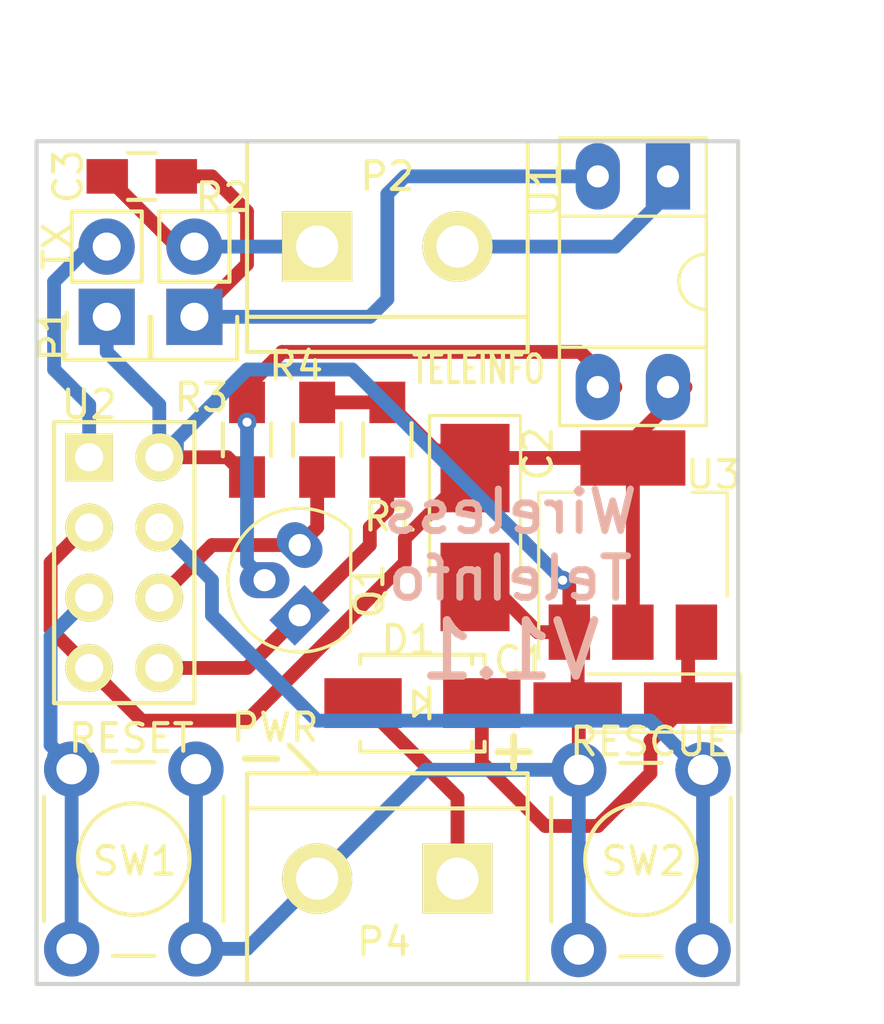
<source format=kicad_pcb>
(kicad_pcb (version 4) (host pcbnew 4.0.7)

  (general
    (links 36)
    (no_connects 0)
    (area 117.981905 86.835 153.9 123.456333)
    (thickness 1.6)
    (drawings 16)
    (tracks 107)
    (zones 0)
    (modules 17)
    (nets 14)
  )

  (page A4)
  (layers
    (0 F.Cu signal)
    (31 B.Cu signal)
    (33 F.Adhes user)
    (35 F.Paste user)
    (36 B.SilkS user)
    (37 F.SilkS user)
    (38 B.Mask user)
    (39 F.Mask user)
    (40 Dwgs.User user)
    (41 Cmts.User user)
    (42 Eco1.User user)
    (43 Eco2.User user)
    (44 Edge.Cuts user)
    (45 Margin user)
    (47 F.CrtYd user)
    (49 F.Fab user)
  )

  (setup
    (last_trace_width 0.5)
    (trace_clearance 0.2)
    (zone_clearance 0.508)
    (zone_45_only no)
    (trace_min 0.1524)
    (segment_width 0.2)
    (edge_width 0.15)
    (via_size 0.6858)
    (via_drill 0.3302)
    (via_min_size 0.6858)
    (via_min_drill 0.3302)
    (uvia_size 0.762)
    (uvia_drill 0.508)
    (uvias_allowed no)
    (uvia_min_size 0)
    (uvia_min_drill 0)
    (pcb_text_width 0.3)
    (pcb_text_size 1.5 1.5)
    (mod_edge_width 0.15)
    (mod_text_size 1 1)
    (mod_text_width 0.15)
    (pad_size 2 3.8)
    (pad_drill 0)
    (pad_to_mask_clearance 0.2)
    (aux_axis_origin 0 0)
    (visible_elements 7FFEFFFF)
    (pcbplotparams
      (layerselection 0x010f0_80000001)
      (usegerberextensions true)
      (excludeedgelayer true)
      (linewidth 0.100000)
      (plotframeref false)
      (viasonmask false)
      (mode 1)
      (useauxorigin false)
      (hpglpennumber 1)
      (hpglpenspeed 20)
      (hpglpendiameter 15)
      (hpglpenoverlay 2)
      (psnegative false)
      (psa4output false)
      (plotreference true)
      (plotvalue true)
      (plotinvisibletext false)
      (padsonsilk false)
      (subtractmaskfromsilk false)
      (outputformat 1)
      (mirror false)
      (drillshape 0)
      (scaleselection 1)
      (outputdirectory ""))
  )

  (net 0 "")
  (net 1 "Net-(C1-Pad1)")
  (net 2 "Net-(P1-Pad2)")
  (net 3 GND)
  (net 4 VCC)
  (net 5 "Net-(Q1-Pad2)")
  (net 6 "Net-(Q1-Pad3)")
  (net 7 "Net-(SW1-Pad1)")
  (net 8 "Net-(SW2-Pad1)")
  (net 9 "Net-(C3-Pad2)")
  (net 10 "Net-(C3-Pad1)")
  (net 11 "Net-(Q1-Pad1)")
  (net 12 "Net-(P2-Pad2)")
  (net 13 "Net-(D1-Pad2)")

  (net_class Default "This is the default net class."
    (clearance 0.2)
    (trace_width 0.5)
    (via_dia 0.6858)
    (via_drill 0.3302)
    (uvia_dia 0.762)
    (uvia_drill 0.508)
    (add_net GND)
    (add_net "Net-(C1-Pad1)")
    (add_net "Net-(C3-Pad1)")
    (add_net "Net-(C3-Pad2)")
    (add_net "Net-(D1-Pad2)")
    (add_net "Net-(P1-Pad2)")
    (add_net "Net-(P2-Pad2)")
    (add_net "Net-(Q1-Pad1)")
    (add_net "Net-(Q1-Pad2)")
    (add_net "Net-(Q1-Pad3)")
    (add_net "Net-(SW1-Pad1)")
    (add_net "Net-(SW2-Pad1)")
    (add_net VCC)
  )

  (module TO_SOT_Packages_THT:TO-92_Molded_Narrow_Oval (layer F.Cu) (tedit 58DE518A) (tstamp 58DE45B9)
    (at 128.905 108.585 90)
    (descr "TO-92 leads molded, narrow, oval pads, drill 0.8mm (see NXP sot054_po.pdf)")
    (tags "to-92 sc-43 sc-43a sot54 PA33 transistor")
    (path /57F2D32A)
    (fp_text reference Q1 (at 0.889 2.54 90) (layer F.SilkS)
      (effects (font (size 1 1) (thickness 0.15)))
    )
    (fp_text value BS170 (at 0 3 270) (layer F.Fab)
      (effects (font (size 1 1) (thickness 0.15)))
    )
    (fp_text user %R (at 0.889 2.54 90) (layer F.Fab)
      (effects (font (size 1 1) (thickness 0.15)))
    )
    (fp_line (start -0.53 1.85) (end 3.07 1.85) (layer F.SilkS) (width 0.12))
    (fp_line (start -0.5 1.75) (end 3 1.75) (layer F.Fab) (width 0.1))
    (fp_line (start -1.46 -2.73) (end 4 -2.73) (layer F.CrtYd) (width 0.05))
    (fp_line (start -1.46 -2.73) (end -1.46 2.01) (layer F.CrtYd) (width 0.05))
    (fp_line (start 4 2.01) (end 4 -2.73) (layer F.CrtYd) (width 0.05))
    (fp_line (start 4 2.01) (end -1.46 2.01) (layer F.CrtYd) (width 0.05))
    (fp_arc (start 1.27 0) (end 1.27 -2.48) (angle 135) (layer F.Fab) (width 0.1))
    (fp_arc (start 1.27 0) (end 1.27 -2.6) (angle -135) (layer F.SilkS) (width 0.12))
    (fp_arc (start 1.27 0) (end 1.27 -2.48) (angle -135) (layer F.Fab) (width 0.1))
    (fp_arc (start 1.27 0) (end 1.27 -2.6) (angle 135) (layer F.SilkS) (width 0.12))
    (pad 2 thru_hole oval (at 1.27 -1.27 180) (size 1.8 1.3) (drill 0.8) (layers *.Cu *.Mask)
      (net 5 "Net-(Q1-Pad2)"))
    (pad 1 thru_hole rect (at 0 0 135) (size 1.3 1.8) (drill 0.8) (layers *.Cu *.Mask)
      (net 11 "Net-(Q1-Pad1)"))
    (pad 3 thru_hole oval (at 2.54 0 135) (size 1.8 1.3) (drill 0.8) (layers *.Cu *.Mask)
      (net 6 "Net-(Q1-Pad3)"))
    (model ${KISYS3DMOD}/TO_SOT_Packages_THT.3dshapes/TO-92_Molded_Narrow_Oval.wrl
      (at (xyz 0.05 0 0))
      (scale (xyz 1 1 1))
      (rotate (xyz 0 0 -90))
    )
  )

  (module ESP8266:ESP-01 (layer F.Cu) (tedit 582D94E2) (tstamp 57F40750)
    (at 121.285 102.87)
    (descr "Module, ESP-8266, ESP-01, 8 pin")
    (tags "Module ESP-8266 ESP8266")
    (path /57F2D329)
    (fp_text reference U2 (at 0 -1.905) (layer F.SilkS)
      (effects (font (size 1 1) (thickness 0.15)))
    )
    (fp_text value ESP-01 (at 12.192 3.556) (layer F.Fab)
      (effects (font (size 1 1) (thickness 0.15)))
    )
    (fp_line (start -1.778 -3.302) (end 22.86 -3.302) (layer F.Fab) (width 0.05))
    (fp_line (start 22.86 -3.302) (end 22.86 10.922) (layer F.Fab) (width 0.05))
    (fp_line (start 22.86 10.922) (end -1.778 10.922) (layer F.Fab) (width 0.05))
    (fp_line (start -1.778 10.922) (end -1.778 -3.302) (layer F.Fab) (width 0.05))
    (fp_line (start 1.27 -1.27) (end -1.27 -1.27) (layer F.SilkS) (width 0.1524))
    (fp_line (start -1.27 -1.27) (end -1.27 1.27) (layer F.SilkS) (width 0.1524))
    (fp_line (start -1.75 -1.75) (end -1.75 9.4) (layer F.CrtYd) (width 0.05))
    (fp_line (start 4.3 -1.75) (end 4.3 9.4) (layer F.CrtYd) (width 0.05))
    (fp_line (start -1.75 -1.75) (end 4.3 -1.75) (layer F.CrtYd) (width 0.05))
    (fp_line (start -1.75 9.4) (end 4.3 9.4) (layer F.CrtYd) (width 0.05))
    (fp_line (start -1.27 1.27) (end -1.27 8.89) (layer F.SilkS) (width 0.1524))
    (fp_line (start -1.27 8.89) (end 3.81 8.89) (layer F.SilkS) (width 0.1524))
    (fp_line (start 3.81 8.89) (end 3.81 -1.27) (layer F.SilkS) (width 0.1524))
    (fp_line (start 3.81 -1.27) (end 1.27 -1.27) (layer F.SilkS) (width 0.1524))
    (pad 1 thru_hole rect (at 0 0) (size 1.7272 1.7272) (drill 1.016) (layers *.Cu *.Mask F.SilkS)
      (net 2 "Net-(P1-Pad2)"))
    (pad 2 thru_hole oval (at 2.54 0) (size 1.7272 1.7272) (drill 1.016) (layers *.Cu *.Mask F.SilkS)
      (net 3 GND))
    (pad 3 thru_hole oval (at 0 2.54) (size 1.7272 1.7272) (drill 1.016) (layers *.Cu *.Mask F.SilkS)
      (net 4 VCC))
    (pad 4 thru_hole oval (at 2.54 2.54) (size 1.7272 1.7272) (drill 1.016) (layers *.Cu *.Mask F.SilkS)
      (net 8 "Net-(SW2-Pad1)"))
    (pad 5 thru_hole oval (at 0 5.08) (size 1.7272 1.7272) (drill 1.016) (layers *.Cu *.Mask F.SilkS)
      (net 7 "Net-(SW1-Pad1)"))
    (pad 6 thru_hole oval (at 2.54 5.08) (size 1.7272 1.7272) (drill 1.016) (layers *.Cu *.Mask F.SilkS)
      (net 6 "Net-(Q1-Pad3)"))
    (pad 7 thru_hole oval (at 0 7.62) (size 1.7272 1.7272) (drill 1.016) (layers *.Cu *.Mask F.SilkS)
      (net 4 VCC))
    (pad 8 thru_hole oval (at 2.54 7.62) (size 1.7272 1.7272) (drill 1.016) (layers *.Cu *.Mask F.SilkS)
      (net 11 "Net-(Q1-Pad1)"))
  )

  (module Resistors_SMD:R_0805_HandSoldering (layer F.Cu) (tedit 58DE5111) (tstamp 582C4F92)
    (at 129.54 102.235 270)
    (descr "Resistor SMD 0805, hand soldering")
    (tags "resistor 0805")
    (path /57F2D333)
    (attr smd)
    (fp_text reference R4 (at -2.667 0.762 360) (layer F.SilkS)
      (effects (font (size 1 1) (thickness 0.15)))
    )
    (fp_text value 10K (at 0 2.1 270) (layer F.Fab)
      (effects (font (size 1 1) (thickness 0.15)))
    )
    (fp_line (start -2.4 -1) (end 2.4 -1) (layer F.CrtYd) (width 0.05))
    (fp_line (start -2.4 1) (end 2.4 1) (layer F.CrtYd) (width 0.05))
    (fp_line (start -2.4 -1) (end -2.4 1) (layer F.CrtYd) (width 0.05))
    (fp_line (start 2.4 -1) (end 2.4 1) (layer F.CrtYd) (width 0.05))
    (fp_line (start 0.6 0.875) (end -0.6 0.875) (layer F.SilkS) (width 0.15))
    (fp_line (start -0.6 -0.875) (end 0.6 -0.875) (layer F.SilkS) (width 0.15))
    (pad 1 smd rect (at -1.35 0 270) (size 1.5 1.3) (layers F.Cu F.Paste F.Mask)
      (net 4 VCC))
    (pad 2 smd rect (at 1.35 0 270) (size 1.5 1.3) (layers F.Cu F.Paste F.Mask)
      (net 6 "Net-(Q1-Pad3)"))
    (model Resistors_SMD.3dshapes/R_0805_HandSoldering.wrl
      (at (xyz 0 0 0))
      (scale (xyz 1 1 1))
      (rotate (xyz 0 0 0))
    )
  )

  (module Buttons_Switches_ThroughHole:SW_PUSH_6mm placed (layer F.Cu) (tedit 58DE525B) (tstamp 57F4071A)
    (at 143.51 114.173 270)
    (descr https://www.omron.com/ecb/products/pdf/en-b3f.pdf)
    (tags "tact sw push 6mm")
    (path /57F2D339)
    (fp_text reference SW2 (at 3.302 2.159 360) (layer F.SilkS)
      (effects (font (size 1 1) (thickness 0.15)))
    )
    (fp_text value RESCUE_MODE (at 3.75 6.7 270) (layer F.Fab)
      (effects (font (size 1 1) (thickness 0.15)))
    )
    (fp_line (start 3.25 -0.75) (end 6.25 -0.75) (layer F.Fab) (width 0.15))
    (fp_line (start 6.25 -0.75) (end 6.25 5.25) (layer F.Fab) (width 0.15))
    (fp_line (start 6.25 5.25) (end 0.25 5.25) (layer F.Fab) (width 0.15))
    (fp_line (start 0.25 5.25) (end 0.25 -0.75) (layer F.Fab) (width 0.15))
    (fp_line (start 0.25 -0.75) (end 3.25 -0.75) (layer F.Fab) (width 0.15))
    (fp_line (start 7.75 6) (end 8 6) (layer F.CrtYd) (width 0.05))
    (fp_line (start 8 6) (end 8 5.75) (layer F.CrtYd) (width 0.05))
    (fp_line (start 7.75 -1.5) (end 8 -1.5) (layer F.CrtYd) (width 0.05))
    (fp_line (start 8 -1.5) (end 8 -1.25) (layer F.CrtYd) (width 0.05))
    (fp_line (start -1.5 -1.25) (end -1.5 -1.5) (layer F.CrtYd) (width 0.05))
    (fp_line (start -1.5 -1.5) (end -1.25 -1.5) (layer F.CrtYd) (width 0.05))
    (fp_line (start -1.5 5.75) (end -1.5 6) (layer F.CrtYd) (width 0.05))
    (fp_line (start -1.5 6) (end -1.25 6) (layer F.CrtYd) (width 0.05))
    (fp_circle (center 3.25 2.25) (end 1.25 2.5) (layer F.SilkS) (width 0.15))
    (fp_line (start -1.25 -1.5) (end 7.75 -1.5) (layer F.CrtYd) (width 0.05))
    (fp_line (start -1.5 5.75) (end -1.5 -1.25) (layer F.CrtYd) (width 0.05))
    (fp_line (start 7.75 6) (end -1.25 6) (layer F.CrtYd) (width 0.05))
    (fp_line (start 8 -1.25) (end 8 5.75) (layer F.CrtYd) (width 0.05))
    (fp_line (start 1 5.5) (end 5.5 5.5) (layer F.SilkS) (width 0.15))
    (fp_line (start -0.25 1.5) (end -0.25 3) (layer F.SilkS) (width 0.15))
    (fp_line (start 5.5 -1) (end 1 -1) (layer F.SilkS) (width 0.15))
    (fp_line (start 6.75 3) (end 6.75 1.5) (layer F.SilkS) (width 0.15))
    (pad 2 thru_hole circle (at 0 4.5) (size 2 2) (drill 1.1) (layers *.Cu *.Mask)
      (net 3 GND))
    (pad 1 thru_hole circle (at 0 0) (size 2 2) (drill 1.1) (layers *.Cu *.Mask)
      (net 8 "Net-(SW2-Pad1)"))
    (pad 2 thru_hole circle (at 6.5 4.5) (size 2 2) (drill 1.1) (layers *.Cu *.Mask)
      (net 3 GND))
    (pad 1 thru_hole circle (at 6.5 0) (size 2 2) (drill 1.1) (layers *.Cu *.Mask)
      (net 8 "Net-(SW2-Pad1)"))
  )

  (module Connect:bornier2 placed (layer F.Cu) (tedit 58690014) (tstamp 57F4069A)
    (at 132.08 95.25)
    (descr "Bornier d'alimentation 2 pins")
    (tags DEV)
    (path /57F2D328)
    (fp_text reference P2 (at 0 -2.54) (layer F.SilkS)
      (effects (font (size 1 1) (thickness 0.15)))
    )
    (fp_text value TeleInfo (at 0 5.08) (layer F.Fab)
      (effects (font (size 1 1) (thickness 0.15)))
    )
    (fp_line (start 5.08 2.54) (end -5.08 2.54) (layer F.SilkS) (width 0.15))
    (fp_line (start 5.08 3.81) (end 5.08 -3.81) (layer F.SilkS) (width 0.15))
    (fp_line (start 5.08 -3.81) (end -5.08 -3.81) (layer F.SilkS) (width 0.15))
    (fp_line (start -5.08 -3.81) (end -5.08 3.81) (layer F.SilkS) (width 0.15))
    (fp_line (start -5.08 3.81) (end 5.08 3.81) (layer F.SilkS) (width 0.15))
    (pad 1 thru_hole rect (at -2.54 0) (size 2.54 2.54) (drill 1.524) (layers *.Cu *.Mask F.SilkS)
      (net 9 "Net-(C3-Pad2)"))
    (pad 2 thru_hole circle (at 2.54 0) (size 2.54 2.54) (drill 1.524) (layers *.Cu *.Mask F.SilkS)
      (net 12 "Net-(P2-Pad2)"))
    (model Connect.3dshapes/bornier2.wrl
      (at (xyz 0 0 0))
      (scale (xyz 1 1 1))
      (rotate (xyz 0 0 0))
    )
  )

  (module Buttons_Switches_ThroughHole:SW_PUSH_6mm placed (layer F.Cu) (tedit 58DE525E) (tstamp 57F406FC)
    (at 120.65 120.65 90)
    (descr https://www.omron.com/ecb/products/pdf/en-b3f.pdf)
    (tags "tact sw push 6mm")
    (path /57F2D335)
    (fp_text reference SW1 (at 3.175 2.286 180) (layer F.SilkS)
      (effects (font (size 1 1) (thickness 0.15)))
    )
    (fp_text value RESET (at 3.75 6.7 90) (layer F.Fab)
      (effects (font (size 1 1) (thickness 0.15)))
    )
    (fp_line (start 3.25 -0.75) (end 6.25 -0.75) (layer F.Fab) (width 0.15))
    (fp_line (start 6.25 -0.75) (end 6.25 5.25) (layer F.Fab) (width 0.15))
    (fp_line (start 6.25 5.25) (end 0.25 5.25) (layer F.Fab) (width 0.15))
    (fp_line (start 0.25 5.25) (end 0.25 -0.75) (layer F.Fab) (width 0.15))
    (fp_line (start 0.25 -0.75) (end 3.25 -0.75) (layer F.Fab) (width 0.15))
    (fp_line (start 7.75 6) (end 8 6) (layer F.CrtYd) (width 0.05))
    (fp_line (start 8 6) (end 8 5.75) (layer F.CrtYd) (width 0.05))
    (fp_line (start 7.75 -1.5) (end 8 -1.5) (layer F.CrtYd) (width 0.05))
    (fp_line (start 8 -1.5) (end 8 -1.25) (layer F.CrtYd) (width 0.05))
    (fp_line (start -1.5 -1.25) (end -1.5 -1.5) (layer F.CrtYd) (width 0.05))
    (fp_line (start -1.5 -1.5) (end -1.25 -1.5) (layer F.CrtYd) (width 0.05))
    (fp_line (start -1.5 5.75) (end -1.5 6) (layer F.CrtYd) (width 0.05))
    (fp_line (start -1.5 6) (end -1.25 6) (layer F.CrtYd) (width 0.05))
    (fp_circle (center 3.25 2.25) (end 1.25 2.5) (layer F.SilkS) (width 0.15))
    (fp_line (start -1.25 -1.5) (end 7.75 -1.5) (layer F.CrtYd) (width 0.05))
    (fp_line (start -1.5 5.75) (end -1.5 -1.25) (layer F.CrtYd) (width 0.05))
    (fp_line (start 7.75 6) (end -1.25 6) (layer F.CrtYd) (width 0.05))
    (fp_line (start 8 -1.25) (end 8 5.75) (layer F.CrtYd) (width 0.05))
    (fp_line (start 1 5.5) (end 5.5 5.5) (layer F.SilkS) (width 0.15))
    (fp_line (start -0.25 1.5) (end -0.25 3) (layer F.SilkS) (width 0.15))
    (fp_line (start 5.5 -1) (end 1 -1) (layer F.SilkS) (width 0.15))
    (fp_line (start 6.75 3) (end 6.75 1.5) (layer F.SilkS) (width 0.15))
    (pad 2 thru_hole circle (at 0 4.5 180) (size 2 2) (drill 1.1) (layers *.Cu *.Mask)
      (net 3 GND))
    (pad 1 thru_hole circle (at 0 0 180) (size 2 2) (drill 1.1) (layers *.Cu *.Mask)
      (net 7 "Net-(SW1-Pad1)"))
    (pad 2 thru_hole circle (at 6.5 4.5 180) (size 2 2) (drill 1.1) (layers *.Cu *.Mask)
      (net 3 GND))
    (pad 1 thru_hole circle (at 6.5 0 180) (size 2 2) (drill 1.1) (layers *.Cu *.Mask)
      (net 7 "Net-(SW1-Pad1)"))
  )

  (module Connect:bornier2 (layer F.Cu) (tedit 58DE5256) (tstamp 57F4D7F7)
    (at 132.08 118.11 180)
    (descr "Bornier d'alimentation 2 pins")
    (tags DEV)
    (path /57F4DCC5)
    (fp_text reference P4 (at 0.127 -2.286 180) (layer F.SilkS)
      (effects (font (size 1 1) (thickness 0.15)))
    )
    (fp_text value "Power Connector" (at 0 5.08 180) (layer F.Fab)
      (effects (font (size 1 1) (thickness 0.15)))
    )
    (fp_line (start 5.08 2.54) (end -5.08 2.54) (layer F.SilkS) (width 0.15))
    (fp_line (start 5.08 3.81) (end 5.08 -3.81) (layer F.SilkS) (width 0.15))
    (fp_line (start 5.08 -3.81) (end -5.08 -3.81) (layer F.SilkS) (width 0.15))
    (fp_line (start -5.08 -3.81) (end -5.08 3.81) (layer F.SilkS) (width 0.15))
    (fp_line (start -5.08 3.81) (end 5.08 3.81) (layer F.SilkS) (width 0.15))
    (pad 1 thru_hole rect (at -2.54 0 180) (size 2.54 2.54) (drill 1.524) (layers *.Cu *.Mask F.SilkS)
      (net 13 "Net-(D1-Pad2)"))
    (pad 2 thru_hole circle (at 2.54 0 180) (size 2.54 2.54) (drill 1.524) (layers *.Cu *.Mask F.SilkS)
      (net 3 GND))
    (model Connect.3dshapes/bornier2.wrl
      (at (xyz 0 0 0))
      (scale (xyz 1 1 1))
      (rotate (xyz 0 0 0))
    )
  )

  (module Pin_Headers:Pin_Header_Straight_1x02 (layer F.Cu) (tedit 58DE5175) (tstamp 582C4EC1)
    (at 121.92 97.79 180)
    (descr "Through hole pin header")
    (tags "pin header")
    (path /582C546F)
    (fp_text reference P1 (at 1.905 -0.635 270) (layer F.SilkS)
      (effects (font (size 1 1) (thickness 0.15)))
    )
    (fp_text value SERIAL_TX (at 0 -3.1 180) (layer F.Fab)
      (effects (font (size 1 1) (thickness 0.15)))
    )
    (fp_line (start 1.27 1.27) (end 1.27 3.81) (layer F.SilkS) (width 0.15))
    (fp_line (start 1.55 -1.55) (end 1.55 0) (layer F.SilkS) (width 0.15))
    (fp_line (start -1.75 -1.75) (end -1.75 4.3) (layer F.CrtYd) (width 0.05))
    (fp_line (start 1.75 -1.75) (end 1.75 4.3) (layer F.CrtYd) (width 0.05))
    (fp_line (start -1.75 -1.75) (end 1.75 -1.75) (layer F.CrtYd) (width 0.05))
    (fp_line (start -1.75 4.3) (end 1.75 4.3) (layer F.CrtYd) (width 0.05))
    (fp_line (start 1.27 1.27) (end -1.27 1.27) (layer F.SilkS) (width 0.15))
    (fp_line (start -1.55 0) (end -1.55 -1.55) (layer F.SilkS) (width 0.15))
    (fp_line (start -1.55 -1.55) (end 1.55 -1.55) (layer F.SilkS) (width 0.15))
    (fp_line (start -1.27 1.27) (end -1.27 3.81) (layer F.SilkS) (width 0.15))
    (fp_line (start -1.27 3.81) (end 1.27 3.81) (layer F.SilkS) (width 0.15))
    (pad 1 thru_hole rect (at 0 0 180) (size 2.032 2.032) (drill 1.016) (layers *.Cu *.Mask)
      (net 3 GND))
    (pad 2 thru_hole oval (at 0 2.54 180) (size 2.032 2.032) (drill 1.016) (layers *.Cu *.Mask)
      (net 2 "Net-(P1-Pad2)"))
    (model Pin_Headers.3dshapes/Pin_Header_Straight_1x02.wrl
      (at (xyz 0 -0.05 0))
      (scale (xyz 1 1 1))
      (rotate (xyz 0 0 90))
    )
  )

  (module Resistors_SMD:R_0805_HandSoldering (layer F.Cu) (tedit 58DE5114) (tstamp 582C4F7C)
    (at 132.08 102.235 270)
    (descr "Resistor SMD 0805, hand soldering")
    (tags "resistor 0805")
    (path /57F2D331)
    (attr smd)
    (fp_text reference R1 (at 2.794 -0.127 360) (layer F.SilkS)
      (effects (font (size 1 1) (thickness 0.15)))
    )
    (fp_text value 10K (at 0 2.1 270) (layer F.Fab)
      (effects (font (size 1 1) (thickness 0.15)))
    )
    (fp_line (start -2.4 -1) (end 2.4 -1) (layer F.CrtYd) (width 0.05))
    (fp_line (start -2.4 1) (end 2.4 1) (layer F.CrtYd) (width 0.05))
    (fp_line (start -2.4 -1) (end -2.4 1) (layer F.CrtYd) (width 0.05))
    (fp_line (start 2.4 -1) (end 2.4 1) (layer F.CrtYd) (width 0.05))
    (fp_line (start 0.6 0.875) (end -0.6 0.875) (layer F.SilkS) (width 0.15))
    (fp_line (start -0.6 -0.875) (end 0.6 -0.875) (layer F.SilkS) (width 0.15))
    (pad 1 smd rect (at -1.35 0 270) (size 1.5 1.3) (layers F.Cu F.Paste F.Mask)
      (net 4 VCC))
    (pad 2 smd rect (at 1.35 0 270) (size 1.5 1.3) (layers F.Cu F.Paste F.Mask)
      (net 11 "Net-(Q1-Pad1)"))
    (model Resistors_SMD.3dshapes/R_0805_HandSoldering.wrl
      (at (xyz 0 0 0))
      (scale (xyz 1 1 1))
      (rotate (xyz 0 0 0))
    )
  )

  (module Resistors_SMD:R_0805_HandSoldering (layer F.Cu) (tedit 58DE5101) (tstamp 582C4F87)
    (at 127 102.235 270)
    (descr "Resistor SMD 0805, hand soldering")
    (tags "resistor 0805")
    (path /57F2D32F)
    (attr smd)
    (fp_text reference R3 (at -1.524 1.651 360) (layer F.SilkS)
      (effects (font (size 1 1) (thickness 0.15)))
    )
    (fp_text value 10K (at 0 2.1 270) (layer F.Fab)
      (effects (font (size 1 1) (thickness 0.15)))
    )
    (fp_line (start -2.4 -1) (end 2.4 -1) (layer F.CrtYd) (width 0.05))
    (fp_line (start -2.4 1) (end 2.4 1) (layer F.CrtYd) (width 0.05))
    (fp_line (start -2.4 -1) (end -2.4 1) (layer F.CrtYd) (width 0.05))
    (fp_line (start 2.4 -1) (end 2.4 1) (layer F.CrtYd) (width 0.05))
    (fp_line (start 0.6 0.875) (end -0.6 0.875) (layer F.SilkS) (width 0.15))
    (fp_line (start -0.6 -0.875) (end 0.6 -0.875) (layer F.SilkS) (width 0.15))
    (pad 1 smd rect (at -1.35 0 270) (size 1.5 1.3) (layers F.Cu F.Paste F.Mask)
      (net 5 "Net-(Q1-Pad2)"))
    (pad 2 smd rect (at 1.35 0 270) (size 1.5 1.3) (layers F.Cu F.Paste F.Mask)
      (net 3 GND))
    (model Resistors_SMD.3dshapes/R_0805_HandSoldering.wrl
      (at (xyz 0 0 0))
      (scale (xyz 1 1 1))
      (rotate (xyz 0 0 0))
    )
  )

  (module Capacitors_SMD:C_0805_HandSoldering (layer F.Cu) (tedit 58DE514B) (tstamp 582C5316)
    (at 123.19 92.71 180)
    (descr "Capacitor SMD 0805, hand soldering")
    (tags "capacitor 0805")
    (path /57F2D32D)
    (attr smd)
    (fp_text reference C3 (at 2.667 0 450) (layer F.SilkS)
      (effects (font (size 1 1) (thickness 0.15)))
    )
    (fp_text value 3.3nF (at 0 2.1 180) (layer F.Fab)
      (effects (font (size 1 1) (thickness 0.15)))
    )
    (fp_line (start -1 0.625) (end -1 -0.625) (layer F.Fab) (width 0.15))
    (fp_line (start 1 0.625) (end -1 0.625) (layer F.Fab) (width 0.15))
    (fp_line (start 1 -0.625) (end 1 0.625) (layer F.Fab) (width 0.15))
    (fp_line (start -1 -0.625) (end 1 -0.625) (layer F.Fab) (width 0.15))
    (fp_line (start -2.3 -1) (end 2.3 -1) (layer F.CrtYd) (width 0.05))
    (fp_line (start -2.3 1) (end 2.3 1) (layer F.CrtYd) (width 0.05))
    (fp_line (start -2.3 -1) (end -2.3 1) (layer F.CrtYd) (width 0.05))
    (fp_line (start 2.3 -1) (end 2.3 1) (layer F.CrtYd) (width 0.05))
    (fp_line (start 0.5 -0.85) (end -0.5 -0.85) (layer F.SilkS) (width 0.15))
    (fp_line (start -0.5 0.85) (end 0.5 0.85) (layer F.SilkS) (width 0.15))
    (pad 1 smd rect (at -1.25 0 180) (size 1.5 1.25) (layers F.Cu F.Paste F.Mask)
      (net 10 "Net-(C3-Pad1)"))
    (pad 2 smd rect (at 1.25 0 180) (size 1.5 1.25) (layers F.Cu F.Paste F.Mask)
      (net 9 "Net-(C3-Pad2)"))
    (model Capacitors_SMD.3dshapes/C_0805_HandSoldering.wrl
      (at (xyz 0 0 0))
      (scale (xyz 1 1 1))
      (rotate (xyz 0 0 0))
    )
  )

  (module Pin_Headers:Pin_Header_Straight_1x02 (layer F.Cu) (tedit 58DE514E) (tstamp 582C56B3)
    (at 125.095 97.79 180)
    (descr "Through hole pin header")
    (tags "pin header")
    (path /57F2D32C)
    (fp_text reference R2 (at -1.016 4.318 180) (layer F.SilkS)
      (effects (font (size 1 1) (thickness 0.15)))
    )
    (fp_text value 4.7K (at 0 -3.1 180) (layer F.Fab)
      (effects (font (size 1 1) (thickness 0.15)))
    )
    (fp_line (start 1.27 1.27) (end 1.27 3.81) (layer F.SilkS) (width 0.15))
    (fp_line (start 1.55 -1.55) (end 1.55 0) (layer F.SilkS) (width 0.15))
    (fp_line (start -1.75 -1.75) (end -1.75 4.3) (layer F.CrtYd) (width 0.05))
    (fp_line (start 1.75 -1.75) (end 1.75 4.3) (layer F.CrtYd) (width 0.05))
    (fp_line (start -1.75 -1.75) (end 1.75 -1.75) (layer F.CrtYd) (width 0.05))
    (fp_line (start -1.75 4.3) (end 1.75 4.3) (layer F.CrtYd) (width 0.05))
    (fp_line (start 1.27 1.27) (end -1.27 1.27) (layer F.SilkS) (width 0.15))
    (fp_line (start -1.55 0) (end -1.55 -1.55) (layer F.SilkS) (width 0.15))
    (fp_line (start -1.55 -1.55) (end 1.55 -1.55) (layer F.SilkS) (width 0.15))
    (fp_line (start -1.27 1.27) (end -1.27 3.81) (layer F.SilkS) (width 0.15))
    (fp_line (start -1.27 3.81) (end 1.27 3.81) (layer F.SilkS) (width 0.15))
    (pad 1 thru_hole rect (at 0 0 180) (size 2.032 2.032) (drill 1.016) (layers *.Cu *.Mask)
      (net 10 "Net-(C3-Pad1)"))
    (pad 2 thru_hole oval (at 0 2.54 180) (size 2.032 2.032) (drill 1.016) (layers *.Cu *.Mask)
      (net 9 "Net-(C3-Pad2)"))
    (model Pin_Headers.3dshapes/Pin_Header_Straight_1x02.wrl
      (at (xyz 0 -0.05 0))
      (scale (xyz 1 1 1))
      (rotate (xyz 0 0 90))
    )
  )

  (module Capacitors_Tantalum_SMD:CP_Tantalum_Case-A_EIA-3216-18_Hand (layer F.Cu) (tedit 58DE54A3) (tstamp 58DE4595)
    (at 140.97 111.76 180)
    (descr "Tantalum capacitor, Case A, EIA 3216-18, 3.2x1.6x1.6mm, Hand soldering footprint")
    (tags "capacitor tantalum smd")
    (path /582C4E92)
    (attr smd)
    (fp_text reference C1 (at 4.064 1.524 180) (layer F.SilkS)
      (effects (font (size 1 1) (thickness 0.15)))
    )
    (fp_text value 10uF (at 0 2.55 180) (layer F.Fab)
      (effects (font (size 1 1) (thickness 0.15)))
    )
    (fp_line (start -4 -1.2) (end -4 1.2) (layer F.CrtYd) (width 0.05))
    (fp_line (start -4 1.2) (end 4 1.2) (layer F.CrtYd) (width 0.05))
    (fp_line (start 4 1.2) (end 4 -1.2) (layer F.CrtYd) (width 0.05))
    (fp_line (start 4 -1.2) (end -4 -1.2) (layer F.CrtYd) (width 0.05))
    (fp_line (start -1.6 -0.8) (end -1.6 0.8) (layer F.Fab) (width 0.1))
    (fp_line (start -1.6 0.8) (end 1.6 0.8) (layer F.Fab) (width 0.1))
    (fp_line (start 1.6 0.8) (end 1.6 -0.8) (layer F.Fab) (width 0.1))
    (fp_line (start 1.6 -0.8) (end -1.6 -0.8) (layer F.Fab) (width 0.1))
    (fp_line (start -1.28 -0.8) (end -1.28 0.8) (layer F.Fab) (width 0.1))
    (fp_line (start -1.12 -0.8) (end -1.12 0.8) (layer F.Fab) (width 0.1))
    (fp_line (start -3.9 -1.05) (end 1.6 -1.05) (layer F.SilkS) (width 0.12))
    (fp_line (start -3.9 1.05) (end 1.6 1.05) (layer F.SilkS) (width 0.12))
    (fp_line (start -3.9 -1.05) (end -3.9 1.05) (layer F.SilkS) (width 0.12))
    (pad 1 smd rect (at -2 0 180) (size 3.2 1.5) (layers F.Cu F.Paste F.Mask)
      (net 1 "Net-(C1-Pad1)"))
    (pad 2 smd rect (at 2 0 180) (size 3.2 1.5) (layers F.Cu F.Paste F.Mask)
      (net 3 GND))
    (model Capacitors_Tantalum_SMD.3dshapes/CP_Tantalum_Case-A_EIA-3216-18.wrl
      (at (xyz 0 0 0))
      (scale (xyz 1 1 1))
      (rotate (xyz 0 0 0))
    )
  )

  (module Capacitors_Tantalum_SMD:CP_Tantalum_Case-B_EIA-3528-21_Hand (layer F.Cu) (tedit 58DE5119) (tstamp 58DE45A7)
    (at 135.255 105.41 270)
    (descr "Tantalum capacitor, Case B, EIA 3528-21, 3.5x2.8x1.9mm, Hand soldering footprint")
    (tags "capacitor tantalum smd")
    (path /57F4DCC8)
    (attr smd)
    (fp_text reference C2 (at -2.667 -2.286 270) (layer F.SilkS)
      (effects (font (size 1 1) (thickness 0.15)))
    )
    (fp_text value 100uF (at 0 3.15 270) (layer F.Fab)
      (effects (font (size 1 1) (thickness 0.15)))
    )
    (fp_line (start -4.15 -1.75) (end -4.15 1.75) (layer F.CrtYd) (width 0.05))
    (fp_line (start -4.15 1.75) (end 4.15 1.75) (layer F.CrtYd) (width 0.05))
    (fp_line (start 4.15 1.75) (end 4.15 -1.75) (layer F.CrtYd) (width 0.05))
    (fp_line (start 4.15 -1.75) (end -4.15 -1.75) (layer F.CrtYd) (width 0.05))
    (fp_line (start -1.75 -1.4) (end -1.75 1.4) (layer F.Fab) (width 0.1))
    (fp_line (start -1.75 1.4) (end 1.75 1.4) (layer F.Fab) (width 0.1))
    (fp_line (start 1.75 1.4) (end 1.75 -1.4) (layer F.Fab) (width 0.1))
    (fp_line (start 1.75 -1.4) (end -1.75 -1.4) (layer F.Fab) (width 0.1))
    (fp_line (start -1.4 -1.4) (end -1.4 1.4) (layer F.Fab) (width 0.1))
    (fp_line (start -1.225 -1.4) (end -1.225 1.4) (layer F.Fab) (width 0.1))
    (fp_line (start -4.05 -1.65) (end 1.75 -1.65) (layer F.SilkS) (width 0.12))
    (fp_line (start -4.05 1.65) (end 1.75 1.65) (layer F.SilkS) (width 0.12))
    (fp_line (start -4.05 -1.65) (end -4.05 1.65) (layer F.SilkS) (width 0.12))
    (pad 1 smd rect (at -2.15 0 270) (size 3.2 2.5) (layers F.Cu F.Paste F.Mask)
      (net 4 VCC))
    (pad 2 smd rect (at 2.15 0 270) (size 3.2 2.5) (layers F.Cu F.Paste F.Mask)
      (net 3 GND))
    (model Capacitors_Tantalum_SMD.3dshapes/CP_Tantalum_Case-B_EIA-3528-21.wrl
      (at (xyz 0 0 0))
      (scale (xyz 1 1 1))
      (rotate (xyz 0 0 0))
    )
  )

  (module Diodes_SMD_Custom:SMA_Handsoldering_Custom (layer F.Cu) (tedit 58DE5192) (tstamp 58DE4688)
    (at 133.35 111.76 180)
    (descr "Diode SMA Handsoldering")
    (tags "Diode SMA Handsoldering")
    (path /58DE4751)
    (attr smd)
    (fp_text reference D1 (at 0.508 2.286 180) (layer F.SilkS)
      (effects (font (size 1 1) (thickness 0.15)))
    )
    (fp_text value SS34 (at 0.05 4.4 180) (layer F.Fab)
      (effects (font (size 1 1) (thickness 0.15)))
    )
    (fp_line (start -4.5 -2) (end 4.5 -2) (layer F.CrtYd) (width 0.05))
    (fp_line (start 4.5 -2) (end 4.5 2) (layer F.CrtYd) (width 0.05))
    (fp_line (start 4.5 2) (end -4.5 2) (layer F.CrtYd) (width 0.05))
    (fp_line (start -4.5 2) (end -4.5 -2) (layer F.CrtYd) (width 0.05))
    (fp_line (start -0.25 0) (end 0.3 -0.45) (layer F.SilkS) (width 0.15))
    (fp_line (start 0.3 -0.45) (end 0.3 0.45) (layer F.SilkS) (width 0.15))
    (fp_line (start 0.3 0.45) (end -0.25 0) (layer F.SilkS) (width 0.15))
    (fp_line (start -0.25 -0.55) (end -0.25 0.55) (layer F.SilkS) (width 0.15))
    (fp_line (start -1.79914 1.75006) (end -1.79914 1.39954) (layer F.SilkS) (width 0.15))
    (fp_line (start -1.79914 -1.75006) (end -1.79914 -1.39954) (layer F.SilkS) (width 0.15))
    (fp_line (start 2.25044 1.75006) (end 2.25044 1.39954) (layer F.SilkS) (width 0.15))
    (fp_line (start -2.25044 1.75006) (end -2.25044 1.39954) (layer F.SilkS) (width 0.15))
    (fp_line (start -2.25044 -1.75006) (end -2.25044 -1.39954) (layer F.SilkS) (width 0.15))
    (fp_line (start 2.25044 -1.75006) (end 2.25044 -1.39954) (layer F.SilkS) (width 0.15))
    (fp_line (start -2.25044 1.75006) (end 2.25044 1.75006) (layer F.SilkS) (width 0.15))
    (fp_line (start -2.25044 -1.75006) (end 2.25044 -1.75006) (layer F.SilkS) (width 0.15))
    (pad 1 smd rect (at -2.15 0 180) (size 2.8 1.80086) (layers F.Cu F.Paste F.Mask)
      (net 1 "Net-(C1-Pad1)"))
    (pad 2 smd rect (at 2.15 0 180) (size 2.8 1.80086) (layers F.Cu F.Paste F.Mask)
      (net 13 "Net-(D1-Pad2)"))
    (model Diodes_SMD.3dshapes/SMA_Handsoldering.wrl
      (at (xyz 0 0 0))
      (scale (xyz 0.3937 0.3937 0.3937))
      (rotate (xyz 0 0 180))
    )
  )

  (module TO_SOT_Packages_SMD:SOT-223 (layer F.Cu) (tedit 58DE511E) (tstamp 57F4D807)
    (at 140.97 106.045 90)
    (descr "module CMS SOT223 4 pins")
    (tags "CMS SOT")
    (path /59C8CCC8)
    (attr smd)
    (fp_text reference U3 (at 2.54 2.921 180) (layer F.SilkS)
      (effects (font (size 1 1) (thickness 0.15)))
    )
    (fp_text value LM1117-3.3 (at 0 4.5 90) (layer F.Fab)
      (effects (font (size 1 1) (thickness 0.15)))
    )
    (fp_text user %R (at 0 0 90) (layer F.Fab)
      (effects (font (size 0.8 0.8) (thickness 0.12)))
    )
    (fp_line (start -1.85 -2.3) (end -0.8 -3.35) (layer F.Fab) (width 0.1))
    (fp_line (start 1.91 3.41) (end 1.91 2.15) (layer F.SilkS) (width 0.12))
    (fp_line (start 1.91 -3.41) (end 1.91 -2.15) (layer F.SilkS) (width 0.12))
    (fp_line (start 4.4 -3.6) (end -4.4 -3.6) (layer F.CrtYd) (width 0.05))
    (fp_line (start 4.4 3.6) (end 4.4 -3.6) (layer F.CrtYd) (width 0.05))
    (fp_line (start -4.4 3.6) (end 4.4 3.6) (layer F.CrtYd) (width 0.05))
    (fp_line (start -4.4 -3.6) (end -4.4 3.6) (layer F.CrtYd) (width 0.05))
    (fp_line (start -1.85 -2.3) (end -1.85 3.35) (layer F.Fab) (width 0.1))
    (fp_line (start -1.85 3.41) (end 1.91 3.41) (layer F.SilkS) (width 0.12))
    (fp_line (start -0.8 -3.35) (end 1.85 -3.35) (layer F.Fab) (width 0.1))
    (fp_line (start -4.1 -3.41) (end 1.91 -3.41) (layer F.SilkS) (width 0.12))
    (fp_line (start -1.85 3.35) (end 1.85 3.35) (layer F.Fab) (width 0.1))
    (fp_line (start 1.85 -3.35) (end 1.85 3.35) (layer F.Fab) (width 0.1))
    (pad 2 smd rect (at 3.15 0 90) (size 2 3.8) (layers F.Cu F.Paste F.Mask)
      (net 4 VCC))
    (pad 2 smd rect (at -3.15 0 90) (size 2 1.5) (layers F.Cu F.Paste F.Mask)
      (net 4 VCC))
    (pad 3 smd rect (at -3.15 2.3 90) (size 2 1.5) (layers F.Cu F.Paste F.Mask)
      (net 1 "Net-(C1-Pad1)"))
    (pad 1 smd rect (at -3.15 -2.3 90) (size 2 1.5) (layers F.Cu F.Paste F.Mask)
      (net 3 GND))
    (model ${KISYS3DMOD}/TO_SOT_Packages_SMD.3dshapes/SOT-223.wrl
      (at (xyz 0 0 0))
      (scale (xyz 1 1 1))
      (rotate (xyz 0 0 0))
    )
  )

  (module Housings_DIP:DIP-4_W7.62mm_Socket_LongPads (layer F.Cu) (tedit 58DE512C) (tstamp 57F40DAD)
    (at 142.24 92.71 270)
    (descr "4-lead dip package, row spacing 7.62 mm (300 mils), Socket, LongPads")
    (tags "DIL DIP PDIP 2.54mm 7.62mm 300mil Socket LongPads")
    (path /57F2D32B)
    (fp_text reference U1 (at 0.508 4.445 270) (layer F.SilkS)
      (effects (font (size 1 1) (thickness 0.15)))
    )
    (fp_text value LTV-814 (at 3.81 4.93 270) (layer F.Fab)
      (effects (font (size 1 1) (thickness 0.15)))
    )
    (fp_arc (start 3.81 -1.39) (end 2.81 -1.39) (angle -180) (layer F.SilkS) (width 0.12))
    (fp_line (start 1.635 -1.27) (end 6.985 -1.27) (layer F.Fab) (width 0.1))
    (fp_line (start 6.985 -1.27) (end 6.985 3.81) (layer F.Fab) (width 0.1))
    (fp_line (start 6.985 3.81) (end 0.635 3.81) (layer F.Fab) (width 0.1))
    (fp_line (start 0.635 3.81) (end 0.635 -0.27) (layer F.Fab) (width 0.1))
    (fp_line (start 0.635 -0.27) (end 1.635 -1.27) (layer F.Fab) (width 0.1))
    (fp_line (start -1.27 -1.27) (end -1.27 3.81) (layer F.Fab) (width 0.1))
    (fp_line (start -1.27 3.81) (end 8.89 3.81) (layer F.Fab) (width 0.1))
    (fp_line (start 8.89 3.81) (end 8.89 -1.27) (layer F.Fab) (width 0.1))
    (fp_line (start 8.89 -1.27) (end -1.27 -1.27) (layer F.Fab) (width 0.1))
    (fp_line (start 2.81 -1.39) (end 1.44 -1.39) (layer F.SilkS) (width 0.12))
    (fp_line (start 1.44 -1.39) (end 1.44 3.93) (layer F.SilkS) (width 0.12))
    (fp_line (start 1.44 3.93) (end 6.18 3.93) (layer F.SilkS) (width 0.12))
    (fp_line (start 6.18 3.93) (end 6.18 -1.39) (layer F.SilkS) (width 0.12))
    (fp_line (start 6.18 -1.39) (end 4.81 -1.39) (layer F.SilkS) (width 0.12))
    (fp_line (start -1.39 -1.39) (end -1.39 3.93) (layer F.SilkS) (width 0.12))
    (fp_line (start -1.39 3.93) (end 9.01 3.93) (layer F.SilkS) (width 0.12))
    (fp_line (start 9.01 3.93) (end 9.01 -1.39) (layer F.SilkS) (width 0.12))
    (fp_line (start 9.01 -1.39) (end -1.39 -1.39) (layer F.SilkS) (width 0.12))
    (fp_line (start -1.7 -1.7) (end -1.7 4.2) (layer F.CrtYd) (width 0.05))
    (fp_line (start -1.7 4.2) (end 9.3 4.2) (layer F.CrtYd) (width 0.05))
    (fp_line (start 9.3 4.2) (end 9.3 -1.7) (layer F.CrtYd) (width 0.05))
    (fp_line (start 9.3 -1.7) (end -1.7 -1.7) (layer F.CrtYd) (width 0.05))
    (pad 1 thru_hole rect (at 0 0 270) (size 2.4 1.6) (drill 0.8) (layers *.Cu *.Mask)
      (net 12 "Net-(P2-Pad2)"))
    (pad 3 thru_hole oval (at 7.62 2.54 270) (size 2.4 1.6) (drill 0.8) (layers *.Cu *.Mask)
      (net 5 "Net-(Q1-Pad2)"))
    (pad 2 thru_hole oval (at 0 2.54 270) (size 2.4 1.6) (drill 0.8) (layers *.Cu *.Mask)
      (net 10 "Net-(C3-Pad1)"))
    (pad 4 thru_hole oval (at 7.62 0 270) (size 2.4 1.6) (drill 0.8) (layers *.Cu *.Mask)
      (net 4 VCC))
    (model Housings_DIP.3dshapes/DIP-4_W7.62mm_Socket_LongPads.wrl
      (at (xyz 0 0 0))
      (scale (xyz 1 1 1))
      (rotate (xyz 0 0 0))
    )
  )

  (gr_line (start 128.524 113.284) (end 129.54 114.3) (angle 90) (layer F.SilkS) (width 0.2))
  (gr_text V1.1 (at 136.525 109.855) (layer B.SilkS)
    (effects (font (size 2 2) (thickness 0.3)) (justify mirror))
  )
  (gr_text "Wireless\nTeleInfo" (at 136.525 106.045) (layer B.SilkS)
    (effects (font (size 1.5 1.5) (thickness 0.25)) (justify mirror))
  )
  (dimension 30.48 (width 0.3) (layer F.Fab)
    (gr_text "30,480 mm" (at 147.4 106.68 270) (layer F.Fab)
      (effects (font (size 1.5 1.5) (thickness 0.3)))
    )
    (feature1 (pts (xy 144.78 121.92) (xy 148.75 121.92)))
    (feature2 (pts (xy 144.78 91.44) (xy 148.75 91.44)))
    (crossbar (pts (xy 146.05 91.44) (xy 146.05 121.92)))
    (arrow1a (pts (xy 146.05 121.92) (xy 145.463579 120.793496)))
    (arrow1b (pts (xy 146.05 121.92) (xy 146.636421 120.793496)))
    (arrow2a (pts (xy 146.05 91.44) (xy 145.463579 92.566504)))
    (arrow2b (pts (xy 146.05 91.44) (xy 146.636421 92.566504)))
  )
  (dimension 25.4 (width 0.3) (layer F.Fab)
    (gr_text "25,400 mm" (at 132.08 88.185) (layer F.Fab)
      (effects (font (size 1.5 1.5) (thickness 0.3)))
    )
    (feature1 (pts (xy 144.78 91.44) (xy 144.78 86.835)))
    (feature2 (pts (xy 119.38 91.44) (xy 119.38 86.835)))
    (crossbar (pts (xy 119.38 89.535) (xy 144.78 89.535)))
    (arrow1a (pts (xy 144.78 89.535) (xy 143.653496 90.121421)))
    (arrow1b (pts (xy 144.78 89.535) (xy 143.653496 88.948579)))
    (arrow2a (pts (xy 119.38 89.535) (xy 120.506504 90.121421)))
    (arrow2b (pts (xy 119.38 89.535) (xy 120.506504 88.948579)))
  )
  (gr_text + (at 136.652 113.411) (layer F.SilkS)
    (effects (font (size 1.5 1.5) (thickness 0.25)))
  )
  (gr_text - (at 127.508 113.665) (layer F.SilkS)
    (effects (font (size 1.5 1.5) (thickness 0.25)))
  )
  (gr_text TX (at 120.142 95.25 90) (layer F.SilkS)
    (effects (font (size 1 1) (thickness 0.15)))
  )
  (gr_text TELEINFO (at 135.382 99.695) (layer F.SilkS)
    (effects (font (size 1 0.7) (thickness 0.15)))
  )
  (gr_text PWR (at 128.016 112.649) (layer F.SilkS)
    (effects (font (size 1 1) (thickness 0.15)))
  )
  (gr_text RESCUE (at 141.605 113.157) (layer F.SilkS)
    (effects (font (size 1 1) (thickness 0.15)))
  )
  (gr_text RESET (at 122.809 113.03) (layer F.SilkS)
    (effects (font (size 1 1) (thickness 0.15)))
  )
  (gr_line (start 119.38 121.92) (end 119.38 91.44) (angle 90) (layer Edge.Cuts) (width 0.15))
  (gr_line (start 144.78 121.92) (end 119.38 121.92) (angle 90) (layer Edge.Cuts) (width 0.15))
  (gr_line (start 119.38 91.44) (end 144.78 91.44) (angle 90) (layer Edge.Cuts) (width 0.15))
  (gr_line (start 144.78 91.44) (end 144.78 121.92) (angle 90) (layer Edge.Cuts) (width 0.15))

  (segment (start 135.5 111.76) (end 135.5 113.91) (width 0.5) (layer F.Cu) (net 1))
  (segment (start 141.605 113.125) (end 142.97 111.76) (width 0.5) (layer F.Cu) (net 1) (tstamp 58DE4BAA))
  (segment (start 141.605 114.3) (end 141.605 113.125) (width 0.5) (layer F.Cu) (net 1) (tstamp 58DE4BA9))
  (segment (start 139.7 116.205) (end 141.605 114.3) (width 0.5) (layer F.Cu) (net 1) (tstamp 58DE4BA8))
  (segment (start 137.795 116.205) (end 139.7 116.205) (width 0.5) (layer F.Cu) (net 1) (tstamp 58DE4BA7))
  (segment (start 135.5 113.91) (end 137.795 116.205) (width 0.5) (layer F.Cu) (net 1) (tstamp 58DE4BA6))
  (segment (start 142.97 111.76) (end 142.97 109.495) (width 0.5) (layer F.Cu) (net 1))
  (segment (start 142.97 109.495) (end 143.27 109.195) (width 0.5) (layer F.Cu) (net 1) (tstamp 58DE4A91))
  (segment (start 121.285 102.87) (end 121.285 100.965) (width 0.5) (layer B.Cu) (net 2))
  (segment (start 120.015 96.52) (end 121.285 95.25) (width 0.5) (layer B.Cu) (net 2) (tstamp 58DE4FBF))
  (segment (start 120.015 99.695) (end 120.015 96.52) (width 0.5) (layer B.Cu) (net 2) (tstamp 58DE4FBE))
  (segment (start 121.285 100.965) (end 120.015 99.695) (width 0.5) (layer B.Cu) (net 2) (tstamp 58DE4FBC))
  (segment (start 121.285 95.25) (end 121.92 95.25) (width 0.5) (layer B.Cu) (net 2) (tstamp 58DE4FC1))
  (segment (start 123.825 102.87) (end 126.285 102.87) (width 0.5) (layer F.Cu) (net 3))
  (segment (start 126.285 102.87) (end 127 103.585) (width 0.5) (layer F.Cu) (net 3) (tstamp 58DE4FCB))
  (segment (start 123.825 102.87) (end 123.825 100.965) (width 0.5) (layer B.Cu) (net 3))
  (segment (start 121.92 99.06) (end 121.92 97.79) (width 0.5) (layer B.Cu) (net 3) (tstamp 58DE4FC6))
  (segment (start 123.825 100.965) (end 121.92 99.06) (width 0.5) (layer B.Cu) (net 3) (tstamp 58DE4FC5))
  (segment (start 124.46 102.87) (end 124.46 102.235) (width 0.5) (layer B.Cu) (net 3))
  (segment (start 138.67 109.195) (end 138.67 107.555) (width 0.5) (layer F.Cu) (net 3))
  (segment (start 138.67 107.555) (end 138.43 107.315) (width 0.5) (layer F.Cu) (net 3) (tstamp 58DE4DA4))
  (via (at 138.43 107.315) (size 0.6858) (drill 0.3302) (layers F.Cu B.Cu) (net 3))
  (segment (start 138.43 107.315) (end 130.81 99.695) (width 0.5) (layer B.Cu) (net 3) (tstamp 58DE4DA7))
  (segment (start 130.81 99.695) (end 127 99.695) (width 0.5) (layer B.Cu) (net 3) (tstamp 58DE4DA8))
  (segment (start 127 99.695) (end 124.46 102.235) (width 0.5) (layer B.Cu) (net 3) (tstamp 58DE4DAD))
  (segment (start 139.01 114.173) (end 139.01 111.8) (width 0.5) (layer F.Cu) (net 3))
  (segment (start 139.01 111.8) (end 138.97 111.76) (width 0.5) (layer F.Cu) (net 3) (tstamp 58DE4C1D))
  (segment (start 139.01 114.173) (end 133.477 114.173) (width 0.5) (layer B.Cu) (net 3))
  (segment (start 133.477 114.173) (end 129.54 118.11) (width 0.5) (layer B.Cu) (net 3) (tstamp 58DE4C0B))
  (segment (start 138.67 109.195) (end 137.525 109.195) (width 0.5) (layer F.Cu) (net 3))
  (segment (start 137.525 109.195) (end 135.255 106.925) (width 0.5) (layer F.Cu) (net 3) (tstamp 58DE4BAE))
  (segment (start 138.97 111.76) (end 138.97 109.495) (width 0.5) (layer F.Cu) (net 3))
  (segment (start 138.97 109.495) (end 138.67 109.195) (width 0.5) (layer F.Cu) (net 3) (tstamp 58DE4A94))
  (segment (start 127 120.65) (end 129.54 118.11) (width 0.5) (layer B.Cu) (net 3) (tstamp 582C59BF) (status 20))
  (segment (start 125.15 120.65) (end 127 120.65) (width 0.5) (layer B.Cu) (net 3) (status 10))
  (segment (start 139.01 114.3) (end 139.01 120.8) (width 0.5) (layer B.Cu) (net 3) (status 30))
  (segment (start 125.15 114.15) (end 125.15 120.65) (width 0.5) (layer B.Cu) (net 3) (status 30))
  (segment (start 121.285 110.49) (end 122.555 111.76) (width 0.5) (layer F.Cu) (net 4))
  (segment (start 132.715 105.8) (end 135.255 103.26) (width 0.5) (layer F.Cu) (net 4) (tstamp 58DE5009))
  (segment (start 132.715 106.68) (end 132.715 105.8) (width 0.5) (layer F.Cu) (net 4) (tstamp 58DE5008))
  (segment (start 127 112.395) (end 132.715 106.68) (width 0.5) (layer F.Cu) (net 4) (tstamp 58DE5002))
  (segment (start 123.19 112.395) (end 127 112.395) (width 0.5) (layer F.Cu) (net 4) (tstamp 58DE5001))
  (segment (start 122.555 111.76) (end 123.19 112.395) (width 0.5) (layer F.Cu) (net 4) (tstamp 58DE5000))
  (segment (start 121.285 105.41) (end 121.158 105.41) (width 0.5) (layer F.Cu) (net 4))
  (segment (start 121.158 105.41) (end 119.888 106.68) (width 0.5) (layer F.Cu) (net 4) (tstamp 58DE4EB5))
  (segment (start 119.888 106.68) (end 119.888 109.093) (width 0.5) (layer F.Cu) (net 4) (tstamp 58DE4EB9))
  (segment (start 119.888 109.093) (end 121.285 110.49) (width 0.5) (layer F.Cu) (net 4) (tstamp 58DE4EBA))
  (segment (start 132.08 100.885) (end 129.54 100.885) (width 0.5) (layer F.Cu) (net 4))
  (segment (start 135.255 102.625) (end 133.82 102.625) (width 0.5) (layer F.Cu) (net 4))
  (segment (start 133.82 102.625) (end 132.08 100.885) (width 0.5) (layer F.Cu) (net 4) (tstamp 58DE4BB7))
  (segment (start 140.97 102.895) (end 135.525 102.895) (width 0.5) (layer F.Cu) (net 4))
  (segment (start 135.525 102.895) (end 135.255 102.625) (width 0.5) (layer F.Cu) (net 4) (tstamp 58DE4BB4))
  (segment (start 140.97 102.895) (end 140.97 102.235) (width 0.5) (layer F.Cu) (net 4))
  (segment (start 140.97 102.235) (end 142.875 100.33) (width 0.5) (layer F.Cu) (net 4) (tstamp 58DE4BB1))
  (segment (start 140.97 109.195) (end 140.97 102.895) (width 0.5) (layer F.Cu) (net 4))
  (segment (start 127.635 107.315) (end 127 106.68) (width 0.5) (layer B.Cu) (net 5))
  (segment (start 127 101.6) (end 127 100.885) (width 0.5) (layer F.Cu) (net 5) (tstamp 58DE4D54))
  (via (at 127 101.6) (size 0.6858) (drill 0.3302) (layers F.Cu B.Cu) (net 5))
  (segment (start 127 106.68) (end 127 101.6) (width 0.5) (layer B.Cu) (net 5) (tstamp 58DE4D50))
  (segment (start 140.335 100.33) (end 139.065 99.06) (width 0.5) (layer F.Cu) (net 5))
  (segment (start 128.27 99.06) (end 127 100.33) (width 0.5) (layer F.Cu) (net 5) (tstamp 58DE4D23))
  (segment (start 139.065 99.06) (end 128.27 99.06) (width 0.5) (layer F.Cu) (net 5) (tstamp 58DE4D22))
  (segment (start 127 100.33) (end 127 100.885) (width 0.5) (layer F.Cu) (net 5) (tstamp 58DE4D26))
  (segment (start 128.905 106.045) (end 125.73 106.045) (width 0.5) (layer F.Cu) (net 6))
  (segment (start 125.73 106.045) (end 123.825 107.95) (width 0.5) (layer F.Cu) (net 6) (tstamp 58DE506C))
  (segment (start 129.54 103.585) (end 129.54 105.41) (width 0.5) (layer F.Cu) (net 6))
  (segment (start 129.54 105.41) (end 128.905 106.045) (width 0.5) (layer F.Cu) (net 6) (tstamp 58DE504B))
  (segment (start 120.65 114.15) (end 120.65 114.046) (width 0.5) (layer B.Cu) (net 7))
  (segment (start 120.65 114.046) (end 119.888 113.284) (width 0.5) (layer B.Cu) (net 7) (tstamp 58DE4EC5))
  (segment (start 119.888 109.347) (end 121.285 107.95) (width 0.5) (layer B.Cu) (net 7) (tstamp 58DE4EC8))
  (segment (start 119.888 113.284) (end 119.888 109.347) (width 0.5) (layer B.Cu) (net 7) (tstamp 58DE4EC7))
  (segment (start 120.65 114.15) (end 120.5 114.15) (width 0.5) (layer B.Cu) (net 7))
  (segment (start 120.5 114.15) (end 120.015 113.665) (width 0.5) (layer B.Cu) (net 7) (tstamp 58DE43AF))
  (segment (start 120.65 114.15) (end 120.65 120.65) (width 0.5) (layer B.Cu) (net 7) (status 30))
  (segment (start 143.51 114.173) (end 143.383 114.173) (width 0.5) (layer B.Cu) (net 8))
  (segment (start 143.383 114.173) (end 141.605 112.395) (width 0.5) (layer B.Cu) (net 8) (tstamp 58DE501A))
  (segment (start 125.73 107.315) (end 123.825 105.41) (width 0.5) (layer B.Cu) (net 8) (tstamp 58DE5021))
  (segment (start 125.73 108.585) (end 125.73 107.315) (width 0.5) (layer B.Cu) (net 8) (tstamp 58DE5020))
  (segment (start 129.54 112.395) (end 125.73 108.585) (width 0.5) (layer B.Cu) (net 8) (tstamp 58DE501D))
  (segment (start 141.605 112.395) (end 129.54 112.395) (width 0.5) (layer B.Cu) (net 8) (tstamp 58DE501B))
  (segment (start 143.51 114.173) (end 142.748 114.173) (width 0.5) (layer B.Cu) (net 8))
  (segment (start 143.51 114.3) (end 143.51 120.8) (width 0.5) (layer B.Cu) (net 8) (status 30))
  (segment (start 121.94 92.71) (end 121.94 92.73) (width 0.5) (layer F.Cu) (net 9))
  (segment (start 121.94 92.73) (end 124.46 95.25) (width 0.5) (layer F.Cu) (net 9) (tstamp 58DE4F8E))
  (segment (start 124.46 95.25) (end 125.095 95.25) (width 0.5) (layer F.Cu) (net 9) (tstamp 58DE4F8F))
  (segment (start 129.54 95.25) (end 125.095 95.25) (width 0.5) (layer B.Cu) (net 9))
  (segment (start 139.7 92.71) (end 132.715 92.71) (width 0.5) (layer B.Cu) (net 10))
  (segment (start 131.445 97.79) (end 125.095 97.79) (width 0.5) (layer B.Cu) (net 10) (tstamp 58DE4FAA))
  (segment (start 132.08 97.155) (end 131.445 97.79) (width 0.5) (layer B.Cu) (net 10) (tstamp 58DE4FA9))
  (segment (start 132.08 93.345) (end 132.08 97.155) (width 0.5) (layer B.Cu) (net 10) (tstamp 58DE4FA7))
  (segment (start 132.715 92.71) (end 132.08 93.345) (width 0.5) (layer B.Cu) (net 10) (tstamp 58DE4FA5))
  (segment (start 124.44 92.71) (end 125.73 92.71) (width 0.5) (layer F.Cu) (net 10))
  (segment (start 125.73 92.71) (end 127 93.98) (width 0.5) (layer F.Cu) (net 10) (tstamp 58DE4F92))
  (segment (start 127 93.98) (end 127 95.885) (width 0.5) (layer F.Cu) (net 10) (tstamp 58DE4F93))
  (segment (start 127 95.885) (end 125.095 97.79) (width 0.5) (layer F.Cu) (net 10) (tstamp 58DE4F94))
  (segment (start 124.46 92.73) (end 124.44 92.71) (width 0.5) (layer F.Cu) (net 10) (tstamp 58DE4DC5))
  (segment (start 132.08 103.585) (end 132.08 104.775) (width 0.5) (layer F.Cu) (net 11))
  (segment (start 131.445 106.045) (end 128.905 108.585) (width 0.5) (layer F.Cu) (net 11) (tstamp 58DE5043))
  (segment (start 131.445 105.41) (end 131.445 106.045) (width 0.5) (layer F.Cu) (net 11) (tstamp 58DE5040))
  (segment (start 132.08 104.775) (end 131.445 105.41) (width 0.5) (layer F.Cu) (net 11) (tstamp 58DE503C))
  (segment (start 123.825 110.49) (end 127 110.49) (width 0.5) (layer F.Cu) (net 11))
  (segment (start 127 110.49) (end 128.905 108.585) (width 0.5) (layer F.Cu) (net 11) (tstamp 58DE5033))
  (segment (start 142.24 92.71) (end 142.24 93.345) (width 0.5) (layer B.Cu) (net 12))
  (segment (start 142.24 93.345) (end 140.335 95.25) (width 0.5) (layer B.Cu) (net 12) (tstamp 58DE4F5C))
  (segment (start 140.335 95.25) (end 134.62 95.25) (width 0.5) (layer B.Cu) (net 12) (tstamp 58DE4F5D))
  (segment (start 134.62 118.11) (end 134.62 115.18) (width 0.5) (layer F.Cu) (net 13))
  (segment (start 134.62 115.18) (end 131.2 111.76) (width 0.5) (layer F.Cu) (net 13) (tstamp 58DE4BA2))

)

</source>
